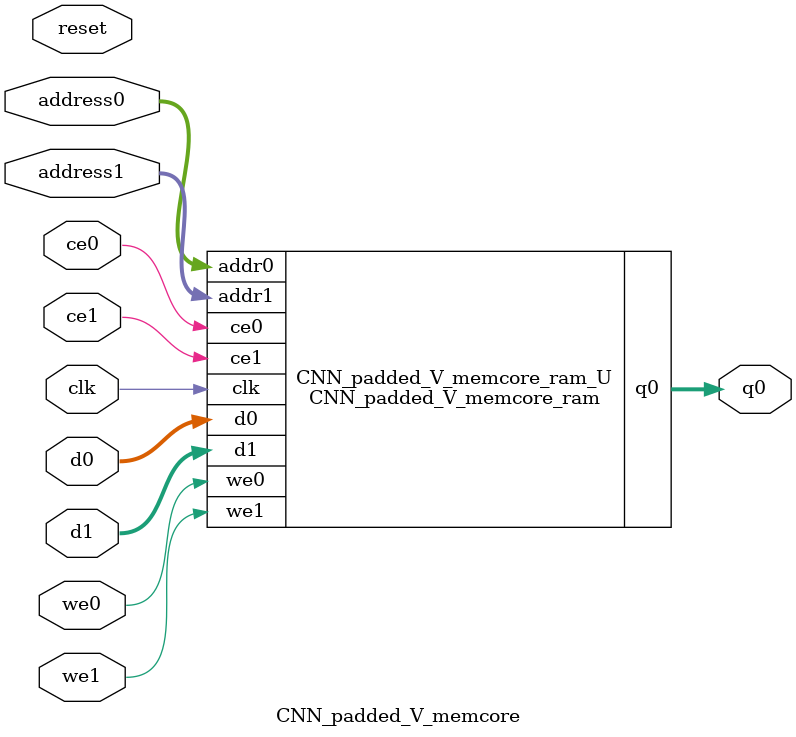
<source format=v>

`timescale 1 ns / 1 ps
module CNN_padded_V_memcore_ram (addr0, ce0, d0, we0, q0, addr1, ce1, d1, we1,  clk);

parameter DWIDTH = 18;
parameter AWIDTH = 10;
parameter MEM_SIZE = 900;

input[AWIDTH-1:0] addr0;
input ce0;
input[DWIDTH-1:0] d0;
input we0;
output reg[DWIDTH-1:0] q0;
input[AWIDTH-1:0] addr1;
input ce1;
input[DWIDTH-1:0] d1;
input we1;
input clk;

(* ram_style = "block" *)reg [DWIDTH-1:0] ram[0:MEM_SIZE-1];




always @(posedge clk)  
begin 
    if (ce0) 
    begin
        if (we0) 
        begin 
            ram[addr0] <= d0; 
            q0 <= d0;
        end 
        else 
            q0 <= ram[addr0];
    end
end


always @(posedge clk)  
begin 
    if (ce1) 
    begin
        if (we1) 
        begin 
            ram[addr1] <= d1; 
        end 
    end
end


endmodule


`timescale 1 ns / 1 ps
module CNN_padded_V_memcore(
    reset,
    clk,
    address0,
    ce0,
    we0,
    d0,
    q0,
    address1,
    ce1,
    we1,
    d1);

parameter DataWidth = 32'd18;
parameter AddressRange = 32'd900;
parameter AddressWidth = 32'd10;
input reset;
input clk;
input[AddressWidth - 1:0] address0;
input ce0;
input we0;
input[DataWidth - 1:0] d0;
output[DataWidth - 1:0] q0;
input[AddressWidth - 1:0] address1;
input ce1;
input we1;
input[DataWidth - 1:0] d1;



CNN_padded_V_memcore_ram CNN_padded_V_memcore_ram_U(
    .clk( clk ),
    .addr0( address0 ),
    .ce0( ce0 ),
    .we0( we0 ),
    .d0( d0 ),
    .q0( q0 ),
    .addr1( address1 ),
    .ce1( ce1 ),
    .we1( we1 ),
    .d1( d1 ));

endmodule


</source>
